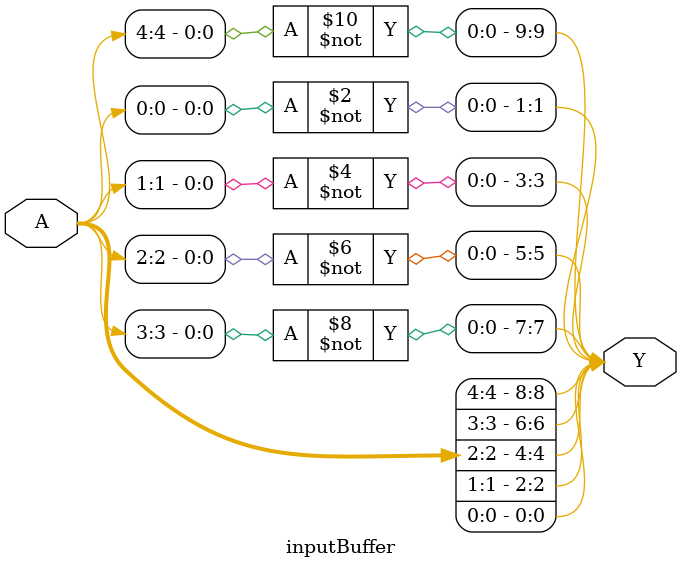
<source format=v>
module inputBuffer(A, Y);
	parameter SIZE = 5;
	input wire [SIZE - 1 : 0] A;
	output reg [2*SIZE - 1 : 0] Y;

	genvar i;
	generate
		for (i = 0; i < 2*SIZE; i = i + 2) begin
			always @* begin
				Y[i] = A[i/2];
				Y[i+1] = ~A[i/2];
			end
		end
	endgenerate
endmodule

</source>
